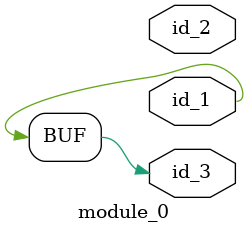
<source format=v>
`timescale 1ps / 1 ps
module module_0 (
    id_1,
    id_2,
    id_3
);
  output id_3;
  output id_2;
  output id_1;
  assign id_1 = id_3;
endmodule

</source>
